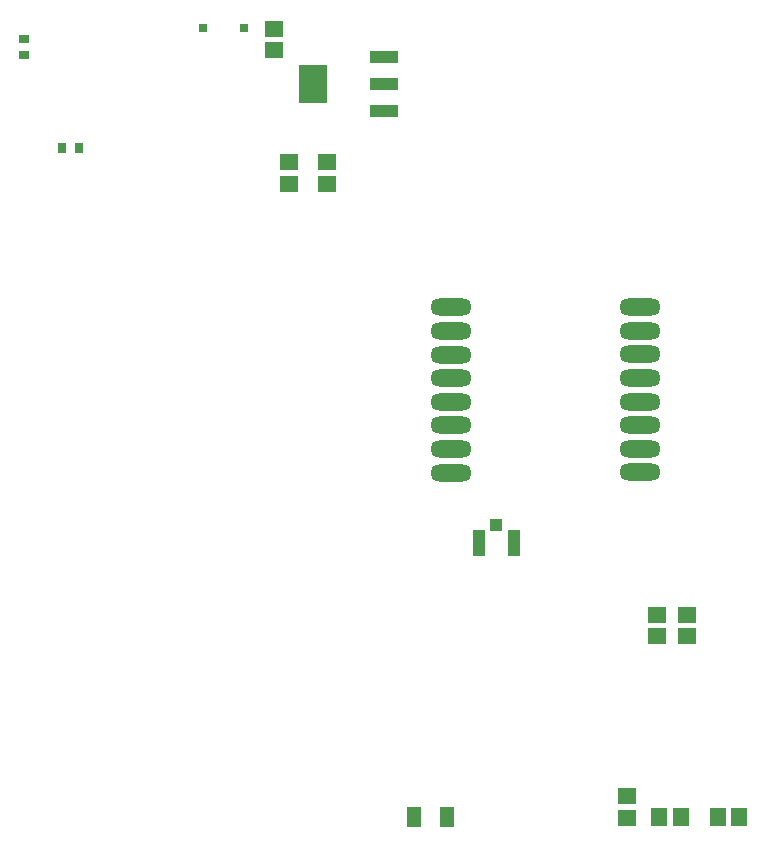
<source format=gbp>
G04 Layer_Color=128*
%FSLAX44Y44*%
%MOMM*%
G71*
G01*
G75*
%ADD22R,1.2500X1.7500*%
%ADD23R,1.5000X1.4000*%
%ADD24R,1.4000X1.5000*%
%ADD25R,1.0500X2.2000*%
%ADD26R,1.0500X1.0000*%
%ADD27O,3.5000X1.4500*%
%ADD28R,0.7000X0.9500*%
%ADD29R,0.9500X0.7000*%
%ADD30R,0.8000X0.7000*%
%ADD31R,2.3500X1.0000*%
%ADD32R,2.3500X3.3000*%
D22*
X777210Y501650D02*
D03*
X805210D02*
D03*
D23*
X957580Y520044D02*
D03*
Y501544D02*
D03*
X1008380Y673460D02*
D03*
Y654960D02*
D03*
X982980Y673460D02*
D03*
Y654960D02*
D03*
X658622Y1151022D02*
D03*
Y1169522D02*
D03*
X671576Y1037738D02*
D03*
Y1056238D02*
D03*
X703326D02*
D03*
Y1037738D02*
D03*
D24*
X1034436Y501650D02*
D03*
X1052936D02*
D03*
X1003660D02*
D03*
X985160D02*
D03*
D25*
X832340Y734060D02*
D03*
X861840D02*
D03*
D26*
X847090Y749560D02*
D03*
D27*
X969010Y933750D02*
D03*
Y913750D02*
D03*
Y893750D02*
D03*
Y873750D02*
D03*
Y853750D02*
D03*
Y833750D02*
D03*
Y813750D02*
D03*
Y793750D02*
D03*
X808550Y933600D02*
D03*
Y913600D02*
D03*
Y893600D02*
D03*
Y873600D02*
D03*
Y853600D02*
D03*
Y833600D02*
D03*
Y813600D02*
D03*
Y793600D02*
D03*
D28*
X493664Y1068070D02*
D03*
X479664D02*
D03*
D29*
X447040Y1147176D02*
D03*
Y1161176D02*
D03*
D30*
X633450Y1169670D02*
D03*
X598450D02*
D03*
D31*
X752118Y1145426D02*
D03*
Y1122426D02*
D03*
Y1099426D02*
D03*
D32*
X691618Y1122426D02*
D03*
M02*

</source>
